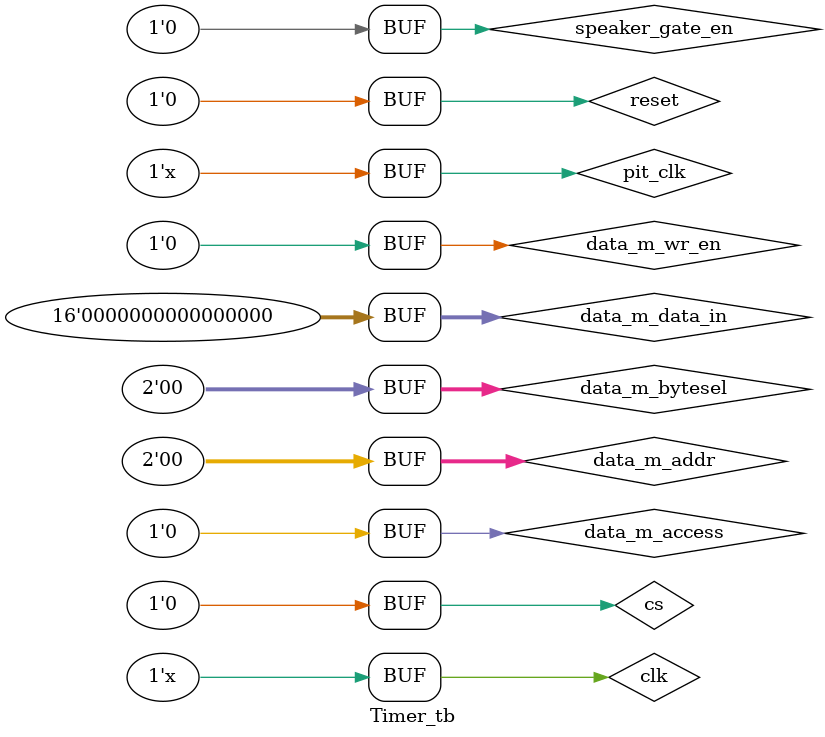
<source format=sv>
`timescale 1ns/1ps

module Timer_tb;

reg clk;
reg reset;
reg pit_clk;

reg cs;
reg [2:1] data_m_addr;
reg [15:0] data_m_data_in;
wire [15:0] data_m_data_out;
reg [1:0] data_m_bytesel;
reg data_m_wr_en;
reg data_m_access;
wire data_m_ack;

wire intr;
wire speaker_out;
reg speaker_gate_en;

// Instantiate the Timer module
Timer uut(
    .clk(clk),
    .reset(reset),
    .pit_clk(pit_clk),
    .cs(cs),
    .data_m_addr(data_m_addr),
    .data_m_data_in(data_m_data_in),
    .data_m_data_out(data_m_data_out),
    .data_m_bytesel(data_m_bytesel),
    .data_m_wr_en(data_m_wr_en),
    .data_m_access(data_m_access),
    .data_m_ack(data_m_ack),
    .intr(intr),
    .speaker_out(speaker_out),
    .speaker_gate_en(speaker_gate_en)
);

// Clock generation
always #5 clk = ~clk; // Generate a 100MHz clock
always #10 pit_clk = ~pit_clk; // Generate a 50MHz PIT clock

initial begin
    // Initialize inputs
    clk = 0;
    reset = 1;
    pit_clk = 0;
    cs = 0;
    data_m_addr = 0;
    data_m_data_in = 0;
    data_m_bytesel = 0;
    data_m_wr_en = 0;
    data_m_access = 0;
    speaker_gate_en = 0;

    // Reset the system
    #100;
    reset = 0;
    #100;
	
	
	// Step 1: Set up 8253 timer chip for channel 0
    cs = 1;
    data_m_access = 1;
    data_m_addr = 2'b11; // Assuming this addresses the control register
    data_m_wr_en = 1;
    data_m_data_in = 16'b00110110; // Control word for channel 0 setup
    #20; // Wait for the write to complete

    data_m_wr_en = 0;
    #20; // Additional delay before next operation

    // Program Timer0 with a value of zero
    cs = 1; // Enable chip select
    data_m_access = 1; // Enable access
    data_m_addr = 2'b00; // Address for Timer0
    data_m_wr_en = 1; // Enable write operation
    data_m_data_in = 16'b0; // Load value of zero

    // Complete the programming operation
    #20;
    data_m_wr_en = 0;
    cs = 0;
    data_m_access = 0;

    // Additional delay to observe the behavior
    #500;

    // End simulation
    //$stop;
end

endmodule

</source>
